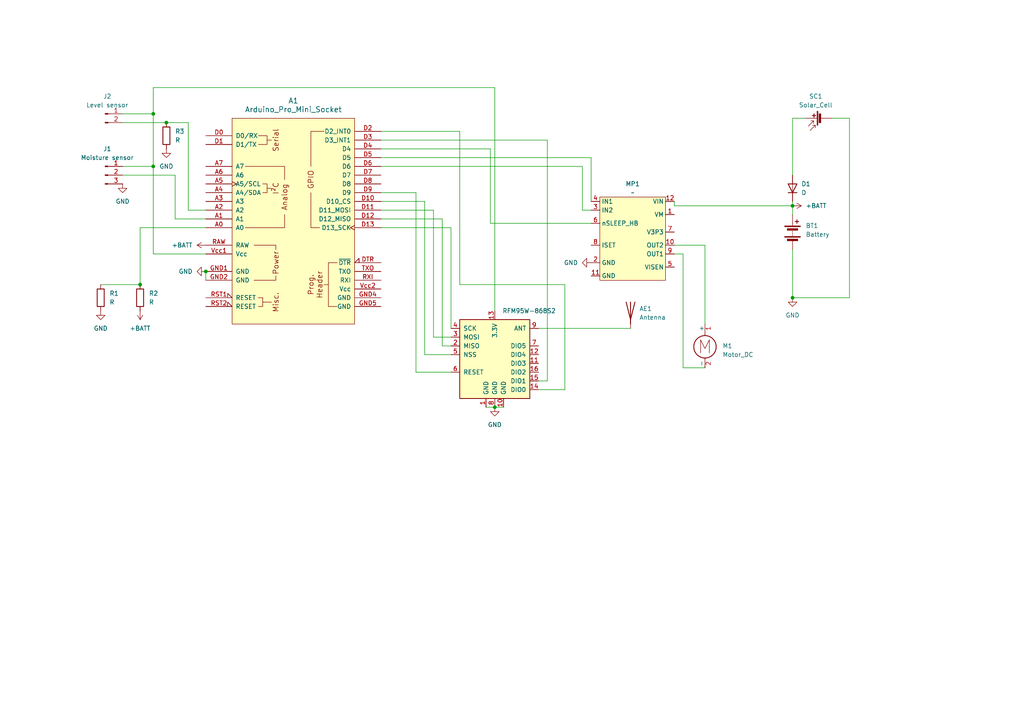
<source format=kicad_sch>
(kicad_sch (version 20250114) (generator "eeschema") (generator_version "9.0")
  (paper "A4")
  (lib_symbols
    (symbol "Connector:Conn_01x02_Pin" (pin_names (offset 1.016) (hide yes))
      (property "Reference" "J" (at 0 2.54 0))
      (property "Value" "Conn_01x02_Pin" (at 0 -5.08 0))
      (symbol "Conn_01x02_Pin_1_1"
        (rectangle (start 0.8636 0.127) (end 0 -0.127) (stroke (width 0.1524)) (fill (type outline)))
        (rectangle (start 0.8636 -2.413) (end 0 -2.667) (stroke (width 0.1524)) (fill (type outline)))
        (polyline (pts (xy 1.27 0) (xy 0.8636 0)) (stroke (width 0.1524)))
        (polyline (pts (xy 1.27 -2.54) (xy 0.8636 -2.54)) (stroke (width 0.1524)))
        (pin passive line (at 5.08 0 180) (length 3.81) (name "Pin_1") (number "1"))
        (pin passive line (at 5.08 -2.54 180) (length 3.81) (name "Pin_2") (number "2"))
      )
    )
    (symbol "Connector:Conn_01x03_Pin" (pin_names (offset 1.016) (hide yes))
      (property "Reference" "J" (at 0 5.08 0))
      (property "Value" "Conn_01x03_Pin" (at 0 -5.08 0))
      (symbol "Conn_01x03_Pin_1_1"
        (rectangle (start 0.8636 2.667) (end 0 2.413) (stroke (width 0.1524)) (fill (type outline)))
        (rectangle (start 0.8636 0.127) (end 0 -0.127) (stroke (width 0.1524)) (fill (type outline)))
        (rectangle (start 0.8636 -2.413) (end 0 -2.667) (stroke (width 0.1524)) (fill (type outline)))
        (polyline (pts (xy 1.27 2.54) (xy 0.8636 2.54)) (stroke (width 0.1524)))
        (polyline (pts (xy 1.27 0) (xy 0.8636 0)) (stroke (width 0.1524)))
        (polyline (pts (xy 1.27 -2.54) (xy 0.8636 -2.54)) (stroke (width 0.1524)))
        (pin passive line (at 5.08 2.54 180) (length 3.81) (name "Pin_1") (number "1"))
        (pin passive line (at 5.08 0 180) (length 3.81) (name "Pin_2") (number "2"))
        (pin passive line (at 5.08 -2.54 180) (length 3.81) (name "Pin_3") (number "3"))
      )
    )
    (symbol "Device:Antenna" (pin_numbers (hide yes)) (pin_names (offset 1.016) (hide yes))
      (property "Reference" "AE" (at -1.905 1.905 0))
      (property "Value" "Antenna" (at -1.905 0 0))
      (symbol "Antenna_0_1"
        (polyline (pts (xy 0 2.54) (xy 0 -3.81)) (stroke (width 0.254)))
        (polyline (pts (xy 1.27 2.54) (xy 0 -2.54) (xy -1.27 2.54)) (stroke (width 0.254)))
      )
      (symbol "Antenna_1_1"
        (pin input line (at 0 -5.08 90) (length 2.54) (name "A") (number "1"))
      )
    )
    (symbol "Device:Battery" (pin_numbers (hide yes)) (pin_names (offset 0) (hide yes))
      (property "Reference" "BT" (at 2.54 2.54 0))
      (property "Value" "Battery" (at 2.54 0 0))
      (symbol "Battery_0_1"
        (rectangle (start -2.286 1.778) (end 2.286 1.524) (fill (type outline)))
        (rectangle (start -2.286 -1.27) (end 2.286 -1.524) (fill (type outline)))
        (rectangle (start -1.524 1.016) (end 1.524 0.508) (fill (type outline)))
        (rectangle (start -1.524 -2.032) (end 1.524 -2.54) (fill (type outline)))
        (polyline (pts (xy 0 1.778) (xy 0 2.54)))
        (polyline (pts (xy 0 0) (xy 0 0.254)))
        (polyline (pts (xy 0 -0.508) (xy 0 -0.254)))
        (polyline (pts (xy 0 -1.016) (xy 0 -0.762)))
        (polyline (pts (xy 0.762 3.048) (xy 1.778 3.048)) (stroke (width 0.254)))
        (polyline (pts (xy 1.27 3.556) (xy 1.27 2.54)) (stroke (width 0.254)))
      )
      (symbol "Battery_1_1"
        (pin passive line (at 0 5.08 270) (length 2.54) (name "+") (number "1"))
        (pin passive line (at 0 -5.08 90) (length 2.54) (name "-") (number "2"))
      )
    )
    (symbol "Device:D" (pin_numbers (hide yes)) (pin_names (offset 1.016) (hide yes))
      (property "Reference" "D" (at 0 2.54 0))
      (property "Value" "D" (at 0 -2.54 0))
      (symbol "D_0_1"
        (polyline (pts (xy -1.27 1.27) (xy -1.27 -1.27)) (stroke (width 0.254)))
        (polyline (pts (xy 1.27 1.27) (xy 1.27 -1.27) (xy -1.27 0) (xy 1.27 1.27)) (stroke (width 0.254)))
        (polyline (pts (xy 1.27 0) (xy -1.27 0)))
      )
      (symbol "D_1_1"
        (pin passive line (at -3.81 0 0) (length 2.54) (name "K") (number "1"))
        (pin passive line (at 3.81 0 180) (length 2.54) (name "A") (number "2"))
      )
    )
    (symbol "Device:R" (pin_numbers (hide yes)) (pin_names (offset 0))
      (property "Reference" "R" (at 2.032 0 90))
      (property "Value" "R" (at 0 0 90))
      (symbol "R_0_1"
        (rectangle (start -1.016 -2.54) (end 1.016 2.54) (stroke (width 0.254)))
      )
      (symbol "R_1_1"
        (pin passive line (at 0 3.81 270) (length 1.27) (name "~") (number "1"))
        (pin passive line (at 0 -3.81 90) (length 1.27) (name "~") (number "2"))
      )
    )
    (symbol "Device:Solar_Cell" (pin_numbers (hide yes)) (pin_names (offset 0) (hide yes))
      (property "Reference" "SC" (at 2.54 2.54 0))
      (property "Value" "Solar_Cell" (at 2.54 0 0))
      (symbol "Solar_Cell_0_1"
        (polyline (pts (xy -2.032 3.048) (xy -2.032 2.286) (xy -2.794 2.286)))
        (polyline (pts (xy -2.032 2.286) (xy -3.556 3.81)))
        (rectangle (start -2.032 1.778) (end 2.032 1.524) (fill (type outline)))
        (rectangle (start -1.3208 1.1938) (end 1.27 0.6858) (fill (type outline)))
        (polyline (pts (xy -0.762 3.556) (xy -0.762 2.794) (xy -1.524 2.794)))
        (polyline (pts (xy -0.762 2.794) (xy -2.286 4.318)))
        (polyline (pts (xy 0 1.778) (xy 0 2.54)))
        (polyline (pts (xy 0 0.762) (xy 0 0)))
        (polyline (pts (xy 0.254 2.667) (xy 1.27 2.667)) (stroke (width 0.254)))
        (polyline (pts (xy 0.762 3.175) (xy 0.762 2.159)) (stroke (width 0.254)))
      )
      (symbol "Solar_Cell_1_1"
        (pin passive line (at 0 5.08 270) (length 2.54) (name "+") (number "1"))
        (pin passive line (at 0 -2.54 90) (length 2.54) (name "-") (number "2"))
      )
    )
    (symbol "Motor:Motor_DC" (pin_names (offset 0))
      (property "Reference" "M" (at 2.54 2.54 0))
      (property "Value" "Motor_DC" (at 2.54 -5.08 0))
      (symbol "Motor_DC_0_0"
        (polyline (pts (xy -1.27 -3.302) (xy -1.27 0.508) (xy 0 -2.032) (xy 1.27 0.508) (xy 1.27 -3.302)))
      )
      (symbol "Motor_DC_0_1"
        (polyline (pts (xy 0 2.032) (xy 0 2.54)))
        (polyline (pts (xy 0 1.7272) (xy 0 2.0828)))
        (circle (center 0 -1.524) (radius 3.2512) (stroke (width 0.254)))
        (polyline (pts (xy 0 -4.7752) (xy 0 -5.1816)))
        (polyline (pts (xy 0 -7.62) (xy 0 -7.112)))
      )
      (symbol "Motor_DC_1_1"
        (pin passive line (at 0 5.08 270) (length 2.54) (name "+") (number "1"))
        (pin passive line (at 0 -7.62 90) (length 2.54) (name "-") (number "2"))
      )
    )
    (symbol "PCM_arduino-library:Arduino_Pro_Mini_Socket" (pin_names (offset 1.016))
      (property "Reference" "A" (at 0 36.83 0))
      (property "Value" "Arduino_Pro_Mini_Socket" (at 0 33.02 0))
      (symbol "Arduino_Pro_Mini_Socket_0_0"
        (rectangle (start -17.78 30.48) (end 17.78 -29.21) (fill (type background)))
        (polyline (pts (xy -11.43 -16.51) (xy -5.08 -16.51) (xy -5.08 -15.24)))
        (polyline (pts (xy -10.16 25.4) (xy -7.62 25.4) (xy -7.62 22.86) (xy -10.16 22.86)))
        (polyline (pts (xy -8.89 11.43) (xy -7.62 11.43) (xy -7.62 8.89) (xy -8.89 8.89)))
        (polyline (pts (xy -7.62 24.13) (xy -6.35 24.13)))
        (polyline (pts (xy -7.62 10.16) (xy -6.35 10.16)))
        (polyline (pts (xy -6.35 -22.86) (xy -8.89 -22.86)))
        (polyline (pts (xy -5.08 -7.62) (xy -5.08 -6.35) (xy -11.43 -6.35)))
        (polyline (pts (xy -2.54 12.7) (xy -2.54 16.51) (xy -13.97 16.51)))
        (polyline (pts (xy -2.54 2.54) (xy -2.54 -1.27) (xy -13.97 -1.27)))
        (polyline (pts (xy 12.7 -11.43) (xy 10.16 -11.43) (xy 10.16 -16.51) (xy 10.16 -17.78) (xy 8.89 -17.78) (xy 10.16 -17.78) (xy 10.16 -24.13) (xy 12.7 -24.13)))
        (text "Serial" (at -5.08 24.13 900) (effects (font (size 1.524 1.524))))
        (text "I²C" (at -5.08 10.16 900) (effects (font (size 1.524 1.524))))
        (text "Power" (at -5.08 -11.43 900) (effects (font (size 1.524 1.524))))
        (text "Misc." (at -5.08 -22.86 900) (effects (font (size 1.524 1.524))))
        (text "Analog" (at -2.54 7.62 900) (effects (font (size 1.524 1.524))))
        (text "Prog." (at 5.08 -17.78 900) (effects (font (size 1.524 1.524))))
        (text "Header" (at 7.62 -17.78 900) (effects (font (size 1.524 1.524))))
      )
      (symbol "Arduino_Pro_Mini_Socket_0_1"
        (polyline (pts (xy -10.16 -24.13) (xy -8.89 -24.13) (xy -8.89 -21.59) (xy -10.16 -21.59)))
        (polyline (pts (xy 7.62 -1.27) (xy 5.08 -1.27) (xy 5.08 8.89)))
        (polyline (pts (xy 8.89 26.67) (xy 5.08 26.67) (xy 5.08 16.51)))
      )
      (symbol "Arduino_Pro_Mini_Socket_1_0"
        (text "GPIO" (at 5.08 12.7 900) (effects (font (size 1.524 1.524))))
      )
      (symbol "Arduino_Pro_Mini_Socket_1_1"
        (pin bidirectional line (at -25.4 25.4 0) (length 7.62) (name "D0/RX") (number "D0"))
        (pin bidirectional line (at -25.4 22.86 0) (length 7.62) (name "D1/TX") (number "D1"))
        (pin input line (at -25.4 16.51 0) (length 7.62) (name "A7") (number "A7"))
        (pin input line (at -25.4 13.97 0) (length 7.62) (name "A6") (number "A6"))
        (pin bidirectional clock (at -25.4 11.43 0) (length 7.62) (name "A5/SCL") (number "A5"))
        (pin bidirectional line (at -25.4 8.89 0) (length 7.62) (name "A4/SDA") (number "A4"))
        (pin bidirectional line (at -25.4 6.35 0) (length 7.62) (name "A3") (number "A3"))
        (pin bidirectional line (at -25.4 3.81 0) (length 7.62) (name "A2") (number "A2"))
        (pin bidirectional line (at -25.4 1.27 0) (length 7.62) (name "A1") (number "A1"))
        (pin bidirectional line (at -25.4 -1.27 0) (length 7.62) (name "A0") (number "A0"))
        (pin power_in line (at -25.4 -6.35 0) (length 7.62) (name "RAW") (number "RAW"))
        (pin power_in line (at -25.4 -8.89 0) (length 7.62) (name "Vcc") (number "Vcc1"))
        (pin power_in line (at -25.4 -13.97 0) (length 7.62) (name "GND") (number "GND1"))
        (pin power_in line (at -25.4 -16.51 0) (length 7.62) (name "GND") (number "GND2"))
        (pin open_collector input_low (at -25.4 -21.59 0) (length 7.62) (name "RESET") (number "RST1"))
        (pin open_collector input_low (at -25.4 -24.13 0) (length 7.62) (name "RESET") (number "RST2"))
        (pin bidirectional line (at 25.4 26.67 180) (length 7.62) (name "D2_INT0") (number "D2"))
        (pin bidirectional line (at 25.4 24.13 180) (length 7.62) (name "D3_INT1") (number "D3"))
        (pin bidirectional line (at 25.4 21.59 180) (length 7.62) (name "D4") (number "D4"))
        (pin bidirectional line (at 25.4 19.05 180) (length 7.62) (name "D5") (number "D5"))
        (pin bidirectional line (at 25.4 16.51 180) (length 7.62) (name "D6") (number "D6"))
        (pin bidirectional line (at 25.4 13.97 180) (length 7.62) (name "D7") (number "D7"))
        (pin bidirectional line (at 25.4 11.43 180) (length 7.62) (name "D8") (number "D8"))
        (pin bidirectional line (at 25.4 8.89 180) (length 7.62) (name "D9") (number "D9"))
        (pin bidirectional line (at 25.4 6.35 180) (length 7.62) (name "D10_CS") (number "D10"))
        (pin bidirectional line (at 25.4 3.81 180) (length 7.62) (name "D11_MOSI") (number "D11"))
        (pin bidirectional line (at 25.4 1.27 180) (length 7.62) (name "D12_MISO") (number "D12"))
        (pin bidirectional clock (at 25.4 -1.27 180) (length 7.62) (name "D13_SCK") (number "D13"))
        (pin input input_low (at 25.4 -11.43 180) (length 7.62) (name "~{DTR}") (number "DTR"))
        (pin output line (at 25.4 -13.97 180) (length 7.62) (name "TXO") (number "TXO"))
        (pin input line (at 25.4 -16.51 180) (length 7.62) (name "RXI") (number "RXI"))
        (pin power_in line (at 25.4 -19.05 180) (length 7.62) (name "Vcc") (number "Vcc2"))
        (pin power_in line (at 25.4 -21.59 180) (length 7.62) (name "GND") (number "GND4"))
        (pin power_in line (at 25.4 -24.13 180) (length 7.62) (name "GND") (number "GND5"))
      )
    )
    (symbol "RF_Module:RFM95W-868S2" (pin_names (offset 1.016))
      (property "Reference" "U" (at -10.414 11.684 0))
      (property "Value" "RFM95W-868S2" (at 1.524 11.43 0))
      (symbol "RFM95W-868S2_0_1"
        (rectangle (start -10.16 10.16) (end 10.16 -12.7) (stroke (width 0.254)) (fill (type background)))
      )
      (symbol "RFM95W-868S2_1_1"
        (pin input line (at -12.7 7.62 0) (length 2.54) (name "SCK") (number "4"))
        (pin input line (at -12.7 5.08 0) (length 2.54) (name "MOSI") (number "3"))
        (pin output line (at -12.7 2.54 0) (length 2.54) (name "MISO") (number "2"))
        (pin input line (at -12.7 0 0) (length 2.54) (name "NSS") (number "5"))
        (pin bidirectional line (at -12.7 -5.08 0) (length 2.54) (name "RESET") (number "6"))
        (pin power_in line (at -2.54 -15.24 90) (length 2.54) (name "GND") (number "1"))
        (pin power_in line (at 0 12.7 270) (length 2.54) (name "3.3V") (number "13"))
        (pin power_in line (at 0 -15.24 90) (length 2.54) (name "GND") (number "8"))
        (pin power_in line (at 2.54 -15.24 90) (length 2.54) (name "GND") (number "10"))
        (pin bidirectional line (at 12.7 7.62 180) (length 2.54) (name "ANT") (number "9"))
        (pin bidirectional line (at 12.7 2.54 180) (length 2.54) (name "DIO5") (number "7"))
        (pin bidirectional line (at 12.7 0 180) (length 2.54) (name "DIO4") (number "12"))
        (pin bidirectional line (at 12.7 -2.54 180) (length 2.54) (name "DIO3") (number "11"))
        (pin bidirectional line (at 12.7 -5.08 180) (length 2.54) (name "DIO2") (number "16"))
        (pin bidirectional line (at 12.7 -7.62 180) (length 2.54) (name "DIO1") (number "15"))
        (pin bidirectional line (at 12.7 -10.16 180) (length 2.54) (name "DIO0") (number "14"))
      )
    )
    (symbol "power:+BATT" (power) (pin_numbers (hide yes)) (pin_names (offset 0) (hide yes))
      (property "Value" "+BATT" (at 0 3.556 0))
      (symbol "+BATT_0_1"
        (polyline (pts (xy -0.762 1.27) (xy 0 2.54)))
        (polyline (pts (xy 0 2.54) (xy 0.762 1.27)))
        (polyline (pts (xy 0 0) (xy 0 2.54)))
      )
      (symbol "+BATT_1_1"
        (pin power_in line (at 0 0 90) (length 0) (name "~") (number "1"))
      )
    )
    (symbol "power:GND" (power) (pin_numbers (hide yes)) (pin_names (offset 0) (hide yes))
      (property "Value" "GND" (at 0 -3.81 0))
      (symbol "GND_0_1"
        (polyline (pts (xy 0 0) (xy 0 -1.27) (xy 1.27 -1.27) (xy 0 -2.54) (xy -1.27 -1.27) (xy 0 -1.27)))
      )
      (symbol "GND_1_1"
        (pin power_in line (at 0 0 270) (length 0) (name "~") (number "1"))
      )
    )
    (symbol "watering:Driver_Motor{colon}Pololu_MP6550"
      (property "Reference" "MP1" (at -0.635 16.51 0))
      (property "Value" "~" (at -0.635 13.97 0))
      (symbol "Driver_Motor{colon}Pololu_MP6550_1_1"
        (rectangle (start -10.16 12.7) (end 8.89 -11.43) (fill (type background)))
        (pin input line (at -12.7 11.43 0) (length 2.54) (name "IN1") (number "4"))
        (pin input line (at -12.7 8.89 0) (length 2.54) (name "IN2") (number "3"))
        (pin input line (at -12.7 5.08 0) (length 2.54) (name "nSLEEP_HB") (number "6"))
        (pin free line (at -12.7 -1.27 0) (length 2.54) (name "ISET") (number "8"))
        (pin power_out line (at -12.7 -6.35 0) (length 2.54) (name "GND") (number "2"))
        (pin power_out line (at -12.7 -10.16 0) (length 2.54) (name "GND") (number "11"))
        (pin power_in line (at 11.43 11.43 180) (length 2.54) (name "VIN") (number "12"))
        (pin power_out line (at 11.43 7.62 180) (length 2.54) (name "VM") (number "1"))
        (pin power_out line (at 11.43 2.54 180) (length 2.54) (name "V3P3") (number "7"))
        (pin output line (at 11.43 -1.27 180) (length 2.54) (name "OUT2") (number "10"))
        (pin output line (at 11.43 -3.81 180) (length 2.54) (name "OUT1") (number "9"))
        (pin input line (at 11.43 -7.62 180) (length 2.54) (name "VISEN") (number "5"))
      )
    )
  )
  (junction (at 59.69 78.74))
  (junction (at 44.45 33.02))
  (junction (at 143.51 118.11))
  (junction (at 229.87 59.69))
  (junction (at 229.87 86.36))
  (junction (at 48.26 35.56))
  (junction (at 40.64 82.55))
  (junction (at 44.45 48.26))
  (wire (pts (xy 229.87 59.69) (xy 229.87 62.23)))
  (wire (pts (xy 158.75 40.64) (xy 158.75 110.49)))
  (wire (pts (xy 110.49 45.72) (xy 171.45 45.72)))
  (wire (pts (xy 50.8 50.8) (xy 50.8 63.5)))
  (wire (pts (xy 143.51 25.4) (xy 44.45 25.4)))
  (wire (pts (xy 229.87 72.39) (xy 229.87 86.36)))
  (wire (pts (xy 229.87 59.69) (xy 195.58 59.69)))
  (wire (pts (xy 156.21 95.25) (xy 182.88 95.25)))
  (wire (pts (xy 44.45 73.66) (xy 44.45 48.26)))
  (wire (pts (xy 123.19 58.42) (xy 123.19 102.87)))
  (wire (pts (xy 163.83 82.55) (xy 133.35 82.55)))
  (wire (pts (xy 110.49 63.5) (xy 128.27 63.5)))
  (wire (pts (xy 35.56 33.02) (xy 44.45 33.02)))
  (wire (pts (xy 156.21 110.49) (xy 158.75 110.49)))
  (wire (pts (xy 110.49 43.18) (xy 142.24 43.18)))
  (wire (pts (xy 125.73 60.96) (xy 125.73 97.79)))
  (wire (pts (xy 195.58 73.66) (xy 198.12 73.66)))
  (wire (pts (xy 110.49 55.88) (xy 120.65 55.88)))
  (wire (pts (xy 168.91 48.26) (xy 168.91 60.96)))
  (wire (pts (xy 241.3 34.29) (xy 246.38 34.29)))
  (wire (pts (xy 110.49 38.1) (xy 133.35 38.1)))
  (wire (pts (xy 246.38 34.29) (xy 246.38 86.36)))
  (wire (pts (xy 143.51 90.17) (xy 143.51 25.4)))
  (wire (pts (xy 123.19 102.87) (xy 130.81 102.87)))
  (wire (pts (xy 44.45 48.26) (xy 35.56 48.26)))
  (wire (pts (xy 29.21 82.55) (xy 40.64 82.55)))
  (wire (pts (xy 59.69 60.96) (xy 54.61 60.96)))
  (wire (pts (xy 140.97 118.11) (xy 143.51 118.11)))
  (wire (pts (xy 229.87 86.36) (xy 246.38 86.36)))
  (wire (pts (xy 110.49 60.96) (xy 125.73 60.96)))
  (wire (pts (xy 44.45 25.4) (xy 44.45 33.02)))
  (wire (pts (xy 168.91 60.96) (xy 171.45 60.96)))
  (wire (pts (xy 50.8 63.5) (xy 59.69 63.5)))
  (wire (pts (xy 59.69 73.66) (xy 44.45 73.66)))
  (wire (pts (xy 163.83 113.03) (xy 163.83 82.55)))
  (wire (pts (xy 198.12 73.66) (xy 198.12 106.68)))
  (wire (pts (xy 110.49 40.64) (xy 158.75 40.64)))
  (wire (pts (xy 142.24 43.18) (xy 142.24 64.77)))
  (wire (pts (xy 54.61 60.96) (xy 54.61 35.56)))
  (wire (pts (xy 233.68 34.29) (xy 229.87 34.29)))
  (wire (pts (xy 204.47 71.12) (xy 204.47 93.98)))
  (wire (pts (xy 171.45 45.72) (xy 171.45 58.42)))
  (wire (pts (xy 128.27 100.33) (xy 130.81 100.33)))
  (wire (pts (xy 110.49 66.04) (xy 130.81 66.04)))
  (wire (pts (xy 128.27 63.5) (xy 128.27 100.33)))
  (wire (pts (xy 35.56 35.56) (xy 48.26 35.56)))
  (wire (pts (xy 143.51 118.11) (xy 146.05 118.11)))
  (wire (pts (xy 133.35 82.55) (xy 133.35 38.1)))
  (wire (pts (xy 48.26 35.56) (xy 54.61 35.56)))
  (wire (pts (xy 59.69 66.04) (xy 40.64 66.04)))
  (wire (pts (xy 130.81 66.04) (xy 130.81 95.25)))
  (wire (pts (xy 130.81 97.79) (xy 125.73 97.79)))
  (wire (pts (xy 40.64 66.04) (xy 40.64 82.55)))
  (wire (pts (xy 195.58 71.12) (xy 204.47 71.12)))
  (wire (pts (xy 156.21 113.03) (xy 163.83 113.03)))
  (wire (pts (xy 110.49 48.26) (xy 168.91 48.26)))
  (wire (pts (xy 110.49 58.42) (xy 123.19 58.42)))
  (wire (pts (xy 35.56 50.8) (xy 50.8 50.8)))
  (wire (pts (xy 44.45 33.02) (xy 44.45 48.26)))
  (wire (pts (xy 59.69 78.74) (xy 59.69 81.28)))
  (wire (pts (xy 142.24 64.77) (xy 171.45 64.77)))
  (wire (pts (xy 120.65 107.95) (xy 130.81 107.95)))
  (wire (pts (xy 198.12 106.68) (xy 204.47 106.68)))
  (wire (pts (xy 120.65 55.88) (xy 120.65 107.95)))
  (wire (pts (xy 195.58 59.69) (xy 195.58 58.42)))
  (wire (pts (xy 229.87 58.42) (xy 229.87 59.69)))
  (wire (pts (xy 229.87 34.29) (xy 229.87 50.8)))
  (symbol (lib_id "power:+BATT") (at 40.64 90.17 180) (unit 1)
    (property "Reference" "#PWR07" (effects (hide yes)))
    (property "Value" "+BATT" (at 40.64 95.25 0))
    (property "Description" "Power symbol creates a global label with name \"+BATT\"" (effects (hide yes)))
  )
  (symbol (lib_id "Device:R") (at 40.64 86.36 0) (unit 1)
    (property "Reference" "R2" (at 43.18 85.0899 0) (effects (justify left)))
    (property "Value" "R" (at 43.18 87.6299 0) (effects (justify left)))
    (property "Footprint" "Resistor_THT:R_Axial_DIN0207_L6.3mm_D2.5mm_P10.16mm_Horizontal" (effects (hide yes)))
    (property "Description" "Resistor" (effects (hide yes)))
  )
  (symbol (lib_id "Device:Solar_Cell") (at 238.76 34.29 90) (unit 1)
    (property "Reference" "SC1" (at 236.601 27.94 90))
    (property "Value" "Solar_Cell" (at 236.601 30.48 90))
    (property "Footprint" "Connector_JST:JST_EH_B2B-EH-A_1x02_P2.50mm_Vertical" (effects (hide yes)))
    (property "Description" "Single solar cell" (effects (hide yes)))
  )
  (symbol (lib_id "Device:R") (at 29.21 86.36 0) (unit 1)
    (property "Reference" "R1" (at 31.75 85.0899 0) (effects (justify left)))
    (property "Value" "R" (at 31.75 87.6299 0) (effects (justify left)))
    (property "Footprint" "Resistor_THT:R_Axial_DIN0207_L6.3mm_D2.5mm_P10.16mm_Horizontal" (effects (hide yes)))
    (property "Description" "Resistor" (effects (hide yes)))
  )
  (symbol (lib_id "Connector:Conn_01x03_Pin") (at 30.48 50.8 0) (unit 1)
    (property "Reference" "J1" (at 31.115 43.18 0))
    (property "Value" "Moisture sensor" (at 31.115 45.72 0))
    (property "Footprint" "Connector_JST:JST_EH_B3B-EH-A_1x03_P2.50mm_Vertical" (effects (hide yes)))
    (property "Description" "Generic connector, single row, 01x03, script generated" (effects (hide yes)))
  )
  (symbol (lib_id "power:GND") (at 171.45 76.2 270) (unit 1)
    (property "Reference" "#PWR05" (effects (hide yes)))
    (property "Value" "GND" (at 167.64 76.1999 90) (effects (justify right)))
    (property "Description" "Power symbol creates a global label with name \"GND\" , ground" (effects (hide yes)))
  )
  (symbol (lib_id "power:GND") (at 29.21 90.17 0) (unit 1)
    (property "Reference" "#PWR06" (effects (hide yes)))
    (property "Value" "GND" (at 29.21 95.25 0))
    (property "Description" "Power symbol creates a global label with name \"GND\" , ground" (effects (hide yes)))
  )
  (symbol (lib_id "power:GND") (at 35.56 53.34 0) (unit 1)
    (property "Reference" "#PWR8" (effects (hide yes)))
    (property "Value" "GND" (at 35.56 58.42 0))
    (property "Description" "Power symbol creates a global label with name \"GND\" , ground" (effects (hide yes)))
  )
  (symbol (lib_id "power:GND") (at 143.51 118.11 0) (unit 1)
    (property "Reference" "#PWR9" (effects (hide yes)))
    (property "Value" "GND" (at 143.51 123.19 0))
    (property "Description" "Power symbol creates a global label with name \"GND\" , ground" (effects (hide yes)))
  )
  (symbol (lib_id "power:+BATT") (at 59.69 71.12 90) (unit 1)
    (property "Reference" "#PWR03" (effects (hide yes)))
    (property "Value" "+BATT" (at 55.88 71.1199 90) (effects (justify left)))
    (property "Description" "Power symbol creates a global label with name \"+BATT\"" (effects (hide yes)))
  )
  (symbol (lib_id "PCM_arduino-library:Arduino_Pro_Mini_Socket") (at 85.09 64.77 0) (unit 1)
    (property "Reference" "A1" (at 85.09 29.21 0) (effects (font (size 1.524 1.524))))
    (property "Value" "Arduino_Pro_Mini_Socket" (at 85.09 31.75 0) (effects (font (size 1.524 1.524))))
    (property "Footprint" "PCM_arduino-library:Arduino_Pro_Mini_Socket" (effects (hide yes)))
    (property "Datasheet" "https://docs.arduino.cc/retired/boards/arduino-pro-mini" (effects (hide yes)))
    (property "Description" "Socket for Arduino Pro Mini" (effects (hide yes)))
  )
  (symbol (lib_id "Motor:Motor_DC") (at 204.47 99.06 0) (unit 1)
    (property "Reference" "M1" (at 209.55 100.3299 0) (effects (justify left)))
    (property "Value" "Motor_DC" (at 209.55 102.8699 0) (effects (justify left)))
    (property "Footprint" "Connector_JST:JST_EH_B2B-EH-A_1x02_P2.50mm_Vertical" (effects (hide yes)))
    (property "Description" "DC Motor" (effects (hide yes)))
  )
  (symbol (lib_id "RF_Module:RFM95W-868S2") (at 143.51 102.87 0) (unit 1)
    (property "Reference" "U1" (effects (hide yes)))
    (property "Value" "RFM95W-868S2" (at 145.7041 90.17 0) (effects (justify left)))
    (property "Footprint" "RF_Module:HOPERF_RFM9XW_THT" (effects (hide yes)))
    (property "Datasheet" "https://www.hoperf.com/data/upload/portal/20181127/5bfcbea20e9ef.pdf" (effects (hide yes)))
    (property "Description" "Low power long range transceiver module, SPI and parallel interface, 868 MHz, spreading factor 6 to12, bandwidth 7.8 to 500kHz, -111 to -148 dBm, SMD-16, DIP-16" (effects (hide yes)))
  )
  (symbol (lib_id "Device:Battery") (at 229.87 67.31 0) (unit 1)
    (property "Reference" "BT1" (at 233.68 65.4684 0) (effects (justify left)))
    (property "Value" "Battery" (at 233.68 68.0084 0) (effects (justify left)))
    (property "Footprint" "Connector_JST:JST_EH_B2B-EH-A_1x02_P2.50mm_Vertical" (effects (hide yes)))
    (property "Description" "Multiple-cell battery" (effects (hide yes)))
  )
  (symbol (lib_id "power:GND") (at 59.69 78.74 270) (unit 1)
    (property "Reference" "#PWR04" (effects (hide yes)))
    (property "Value" "GND" (at 55.88 78.7399 90) (effects (justify right)))
    (property "Description" "Power symbol creates a global label with name \"GND\" , ground" (effects (hide yes)))
  )
  (symbol (lib_id "power:GND") (at 48.26 43.18 0) (unit 1)
    (property "Reference" "#PWR010" (effects (hide yes)))
    (property "Value" "GND" (at 48.26 48.26 0))
    (property "Description" "Power symbol creates a global label with name \"GND\" , ground" (effects (hide yes)))
  )
  (symbol (lib_id "power:+BATT") (at 229.87 59.69 270) (unit 1)
    (property "Reference" "#PWR02" (effects (hide yes)))
    (property "Value" "+BATT" (at 233.68 59.6899 90) (effects (justify left)))
    (property "Description" "Power symbol creates a global label with name \"+BATT\"" (effects (hide yes)))
  )
  (symbol (lib_id "power:GND") (at 229.87 86.36 0) (unit 1)
    (property "Reference" "#PWR01" (effects (hide yes)))
    (property "Value" "GND" (at 229.87 91.44 0))
    (property "Description" "Power symbol creates a global label with name \"GND\" , ground" (effects (hide yes)))
  )
  (symbol (lib_id "Device:Antenna") (at 182.88 90.17 0) (unit 1)
    (property "Reference" "AE1" (at 185.42 89.5349 0) (effects (justify left)))
    (property "Value" "Antenna" (at 185.42 92.0749 0) (effects (justify left)))
    (property "Footprint" "RF_Antenna:Texas_SWRA416_868MHz_915MHz" (effects (hide yes)))
    (property "Description" "Antenna" (effects (hide yes)))
  )
  (symbol (lib_id "Device:D") (at 229.87 54.61 90) (unit 1)
    (property "Reference" "D1" (at 232.41 53.3399 90) (effects (justify right)))
    (property "Value" "D" (at 232.41 55.8799 90) (effects (justify right)))
    (property "Footprint" "Diode_THT:D_T-1_P10.16mm_Horizontal" (effects (hide yes)))
    (property "Description" "Diode" (effects (hide yes)))
    (property "Sim.Device" "D" (effects (hide yes)))
    (property "Sim.Pins" "1=K 2=A" (effects (hide yes)))
  )
  (symbol (lib_id "watering:Driver_Motor{colon}Pololu_MP6550") (at 184.15 69.85 0) (unit 1)
    (property "Reference" "MP1" (at 183.515 53.34 0))
    (property "Value" "~" (at 183.515 55.88 0))
    (property "Footprint" "watering:MP6550" (effects (hide yes)))
  )
  (symbol (lib_id "Connector:Conn_01x02_Pin") (at 30.48 33.02 0) (unit 1)
    (property "Reference" "J2" (at 31.115 27.94 0))
    (property "Value" "Level sensor" (at 31.115 30.48 0))
    (property "Description" "Generic connector, single row, 01x02, script generated" (effects (hide yes)))
  )
  (symbol (lib_id "Device:R") (at 48.26 39.37 0) (unit 1)
    (property "Reference" "R3" (at 50.8 38.0999 0) (effects (justify left)))
    (property "Value" "R" (at 50.8 40.6399 0) (effects (justify left)))
    (property "Description" "Resistor" (effects (hide yes)))
  )
)
</source>
